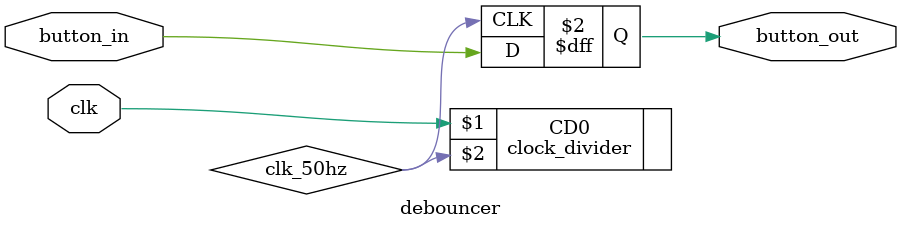
<source format=v>
 module debouncer(
 input clk,
 input button_in,
 output reg button_out
 );
 wire clk_50hz;
 // 1,000,000 ticks for 20ms second at 50Hz
clock_divider #(1000000) CD0(clk, clk_50hz); 
always @(posedge clk_50hz)
 begin
 button_out <= button_in;
 end
 endmodule
</source>
